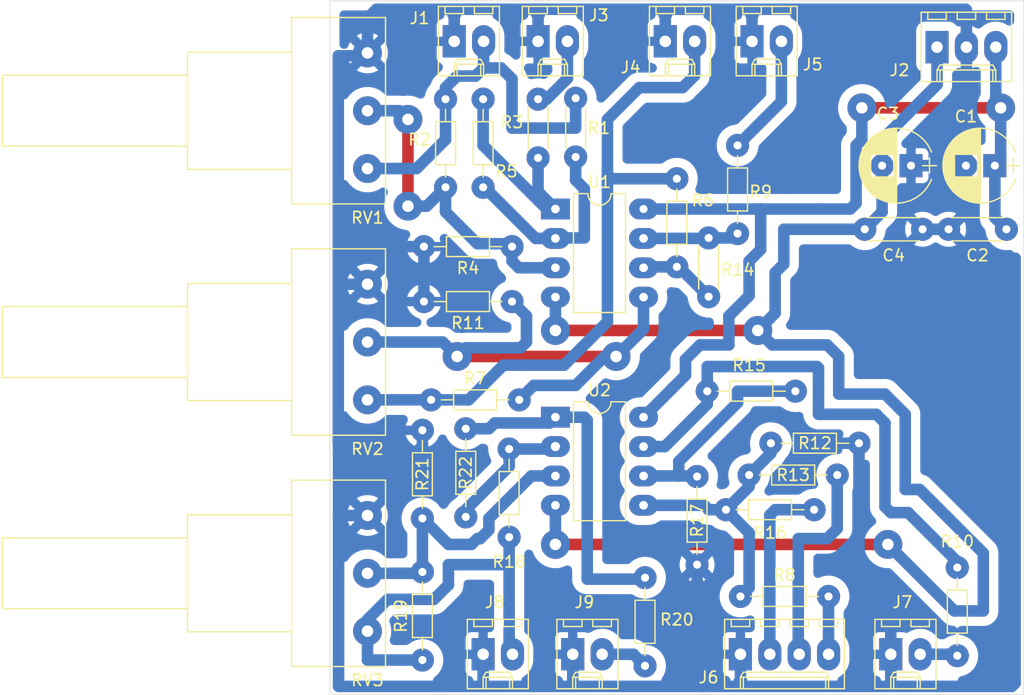
<source format=kicad_pcb>
(kicad_pcb (version 20171130) (host pcbnew "(5.1.6)-1")
  (layers (0 F.Cu signal) (31 B.Cu signal) (34 B.Paste user hide) (35 F.Paste user hide) (36 B.SilkS user hide) (37 F.SilkS user) (38 B.Mask user) (39 F.Mask user hide) (44 Edge.Cuts user))
  (net 0 "")
  (net 1 +12V)
  (net 2 GND)
  (net 3 -12V)
  (net 4 "Net-(J1-Pad2)")
  (net 5 "Net-(J3-Pad2)")
  (net 6 "Net-(J4-Pad2)")
  (net 7 "Net-(J5-Pad2)")
  (net 8 "Net-(J6-Pad2)")
  (net 9 "Net-(J6-Pad3)")
  (net 10 "Net-(J6-Pad4)")
  (net 11 "Net-(J7-Pad2)")
  (net 12 "Net-(J8-Pad2)")
  (net 13 "Net-(J9-Pad2)")
  (net 14 "Net-(R1-Pad1)")
  (net 15 "Net-(R2-Pad2)")
  (net 16 "Net-(R3-Pad2)")
  (net 17 "Net-(R14-Pad2)")
  (net 18 "Net-(R11-Pad1)")
  (net 19 "Net-(R12-Pad2)")
  (net 20 "Net-(R14-Pad1)")
  (net 21 "Net-(R10-Pad1)")
  (net 22 "Net-(R15-Pad1)")
  (net 23 "Net-(R18-Pad1)")
  (net 24 "Net-(R19-Pad2)")
  (net 25 "Net-(R20-Pad2)")
  (module Resistors_ThroughHole:R_Axial_DIN0204_L3.6mm_D1.6mm_P5.08mm_Horizontal (layer F.Cu) (at 82.75 70.5 270)
    (fp_text reference R14 (at 2.75 -2.5 180) (layer F.SilkS))
    (fp_text value 100k)
    (pad 1 thru_hole circle (at 0 0 270) (size 2 2) (drill 0.7) (layers *.Cu *.Mask) (net 20 "Net-(R14-Pad1)"))
    (pad 2 thru_hole oval (at 5.08 0 270) (size 2 2) (drill 0.7) (layers *.Cu *.Mask) (net 17 "Net-(R14-Pad2)"))
  )
  (module Resistors_ThroughHole:R_Axial_DIN0204_L3.6mm_D1.6mm_P5.08mm_Horizontal (layer F.Cu) (at 71.25 63.5 90)
    (fp_text reference R1 (at 2.5 2 180) (layer F.SilkS))
    (fp_text value 100k)
    (pad 1 thru_hole circle (at 0 0 90) (size 2 2) (drill 0.7) (layers *.Cu *.Mask) (net 14 "Net-(R1-Pad1)"))
    (pad 2 thru_hole oval (at 5.08 0 90) (size 2 2) (drill 0.7) (layers *.Cu *.Mask) (net 4 "Net-(J1-Pad2)"))
  )
  (module Resistors_ThroughHole:R_Axial_DIN0204_L3.6mm_D1.6mm_P5.08mm_Horizontal (layer F.Cu) (at 68 58.5 270)
    (fp_text reference R3 (at 2 2.25 180) (layer F.SilkS))
    (fp_text value 100)
    (pad 1 thru_hole circle (at 0 0 270) (size 2 2) (drill 0.7) (layers *.Cu *.Mask) (net 5 "Net-(J3-Pad2)"))
    (pad 2 thru_hole oval (at 5.08 0 270) (size 2 2) (drill 0.7) (layers *.Cu *.Mask) (net 16 "Net-(R3-Pad2)"))
  )
  (module Housings_DIP:DIP-8_W7.62mm_LongPads (layer F.Cu) (at 69.5 86)
    (fp_text reference U2 (at 3.81 -2.33) (layer F.SilkS))
    (fp_text value TL072)
    (pad 1 thru_hole rect (at 0 0) (size 2.5 1.8) (drill 0.75) (layers *.Cu *.Mask) (net 25 "Net-(R20-Pad2)"))
    (pad 5 thru_hole oval (at 7.62 7.62) (size 2.5 1.8) (drill 0.75) (layers *.Cu *.Mask) (net 19 "Net-(R12-Pad2)"))
    (pad 752 thru_hole oval (at 0 2.54) (size 2.5 1.8) (drill 0.8) (layers *.Cu *.Mask) (net 23 "Net-(R18-Pad1)"))
    (pad 6 thru_hole oval (at 7.62 5.08) (size 2.5 1.8) (drill 0.75) (layers *.Cu *.Mask) (net 22 "Net-(R15-Pad1)"))
    (pad 3 thru_hole oval (at 0 5.08) (size 2.5 1.8) (drill 0.75) (layers *.Cu *.Mask) (net 24 "Net-(R19-Pad2)"))
    (pad 7 thru_hole oval (at 7.62 2.54) (size 2.5 1.8) (drill 0.75) (layers *.Cu *.Mask) (net 21 "Net-(R10-Pad1)"))
    (pad 4 thru_hole oval (at 0 7.62) (size 2.5 1.8) (drill 0.75) (layers *.Cu *.Mask) (net 3 -12V))
    (pad 8 thru_hole oval (at 7.62 0) (size 2.5 1.8) (drill 0.75) (layers *.Cu *.Mask) (net 1 +12V))
  )
  (module Housings_DIP:DIP-8_W7.62mm_LongPads (layer F.Cu) (at 69.5 68)
    (fp_text reference U1 (at 3.81 -2.33) (layer F.SilkS))
    (fp_text value TL072)
    (pad 1 thru_hole rect (at 0 0) (size 2.5 1.8) (drill 0.75) (layers *.Cu *.Mask) (net 16 "Net-(R3-Pad2)"))
    (pad 5 thru_hole oval (at 7.62 7.62) (size 2.5 1.8) (drill 0.75) (layers *.Cu *.Mask) (net 18 "Net-(R11-Pad1)"))
    (pad 2 thru_hole oval (at 0 2.54) (size 2.5 1.8) (drill 0.75) (layers *.Cu *.Mask) (net 14 "Net-(R1-Pad1)"))
    (pad 6 thru_hole oval (at 7.62 5.08) (size 2.5 1.8) (drill 0.75) (layers *.Cu *.Mask) (net 17 "Net-(R14-Pad2)"))
    (pad 3 thru_hole oval (at 0 5.08) (size 2.5 1.8) (drill 0.75) (layers *.Cu *.Mask) (net 15 "Net-(R2-Pad2)"))
    (pad 7 thru_hole oval (at 7.62 2.54) (size 2.5 1.8) (drill 0.75) (layers *.Cu *.Mask) (net 20 "Net-(R14-Pad1)"))
    (pad 4 thru_hole oval (at 0 7.62) (size 2.5 1.8) (drill 0.75) (layers *.Cu *.Mask) (net 3 -12V))
    (pad 8 thru_hole oval (at 7.62 0) (size 2.5 1.8) (drill 0.7) (layers *.Cu *.Mask) (net 1 +12V))
  )
  (module Potentiometers:Potentiometer_Piher_PC-16_Single_Vertical (layer F.Cu) (at 53.25 94.5 180)
    (fp_text reference RV3 (at 0 -14.25) (layer F.SilkS))
    (fp_text value "100K B")
    (pad 3 thru_hole circle (at 0 -10 180) (size 2.5 2.5) (drill 1) (layers *.Cu *.Mask) (net 12 "Net-(J8-Pad2)"))
    (pad 2 thru_hole circle (at 0 -5 180) (size 2.5 2.5) (drill 1) (layers *.Cu *.Mask) (net 24 "Net-(R19-Pad2)"))
    (pad 1 thru_hole circle (at 0 0 180) (size 2.5 2.5) (drill 1) (layers *.Cu *.Mask) (net 2 GND))
  )
  (module Potentiometers:Potentiometer_Piher_PC-16_Single_Vertical (layer F.Cu) (at 53.25 74.5 180)
    (fp_text reference RV2 (at 0 -14.25) (layer F.SilkS))
    (fp_text value "100K B")
    (pad 3 thru_hole circle (at 0 -10 180) (size 2.5 2.5) (drill 1) (layers *.Cu *.Mask) (net 6 "Net-(J4-Pad2)"))
    (pad 2 thru_hole circle (at 0 -5 180) (size 2.5 2.5) (drill 1) (layers *.Cu *.Mask) (net 18 "Net-(R11-Pad1)"))
    (pad 1 thru_hole circle (at 0 0 180) (size 2.5 2.5) (drill 1) (layers *.Cu *.Mask) (net 2 GND))
  )
  (module Potentiometers:Potentiometer_Piher_PC-16_Single_Vertical (layer F.Cu) (at 53.25 54.5 180)
    (fp_text reference RV1 (at 0 -14.25) (layer F.SilkS))
    (fp_text value "100K B")
    (pad 3 thru_hole circle (at 0 -10 180) (size 2.5 2.5) (drill 1) (layers *.Cu *.Mask) (net 4 "Net-(J1-Pad2)"))
    (pad 2 thru_hole circle (at 0 -5 180) (size 2.5 2.5) (drill 1) (layers *.Cu *.Mask) (net 15 "Net-(R2-Pad2)"))
    (pad 1 thru_hole circle (at 0 0 180) (size 2.5 2.5) (drill 1) (layers *.Cu *.Mask) (net 2 GND))
  )
  (module Resistors_ThroughHole:R_Axial_DIN0204_L3.6mm_D1.6mm_P7.62mm_Horizontal (layer F.Cu) (at 61.75 87 270)
    (fp_text reference R22 (at 3.81 0 90) (layer F.SilkS))
    (fp_text value 100k)
    (pad 1 thru_hole circle (at 0 0 270) (size 2 2) (drill 0.7) (layers *.Cu *.Mask) (net 25 "Net-(R20-Pad2)"))
    (pad 2 thru_hole oval (at 7.62 0 270) (size 2 2) (drill 0.7) (layers *.Cu *.Mask) (net 23 "Net-(R18-Pad1)"))
  )
  (module Resistors_ThroughHole:R_Axial_DIN0204_L3.6mm_D1.6mm_P7.62mm_Horizontal (layer F.Cu) (at 58 94.75 90)
    (fp_text reference R21 (at 3.81 0 90) (layer F.SilkS))
    (fp_text value 47k)
    (pad 1 thru_hole circle (at 0 0 90) (size 2 2) (drill 0.7) (layers *.Cu *.Mask) (net 24 "Net-(R19-Pad2)"))
    (pad 2 thru_hole oval (at 7.62 0 90) (size 2 2) (drill 0.7) (layers *.Cu *.Mask) (net 2 GND))
  )
  (module Resistors_ThroughHole:R_Axial_DIN0204_L3.6mm_D1.6mm_P7.62mm_Horizontal (layer F.Cu) (at 77.25 107.5 90)
    (fp_text reference R20 (at 4 2.75 180) (layer F.SilkS))
    (fp_text value 100)
    (pad 1 thru_hole circle (at 0 0 90) (size 2 2) (drill 0.7) (layers *.Cu *.Mask) (net 13 "Net-(J9-Pad2)"))
    (pad 2 thru_hole oval (at 7.62 0 90) (size 2 2) (drill 0.7) (layers *.Cu *.Mask) (net 25 "Net-(R20-Pad2)"))
  )
  (module Resistors_ThroughHole:R_Axial_DIN0204_L3.6mm_D1.6mm_P7.62mm_Horizontal (layer F.Cu) (at 58 107 90)
    (fp_text reference R19 (at 3.81 -1.86 90) (layer F.SilkS))
    (fp_text value 47k)
    (pad 1 thru_hole circle (at 0 0 90) (size 2 2) (drill 0.7) (layers *.Cu *.Mask) (net 12 "Net-(J8-Pad2)"))
    (pad 2 thru_hole oval (at 7.62 0 90) (size 2 2) (drill 0.7) (layers *.Cu *.Mask) (net 24 "Net-(R19-Pad2)"))
  )
  (module Resistors_ThroughHole:R_Axial_DIN0204_L3.6mm_D1.6mm_P7.62mm_Horizontal (layer F.Cu) (at 65.5 88.75 270)
    (fp_text reference R18 (at 9.75 0 180) (layer F.SilkS))
    (fp_text value 100k)
    (pad 1 thru_hole circle (at 0 0 270) (size 2 2) (drill 0.7) (layers *.Cu *.Mask) (net 23 "Net-(R18-Pad1)"))
    (pad 2 thru_hole oval (at 7.62 0 270) (size 2 2) (drill 0.7) (layers *.Cu *.Mask) (net 12 "Net-(J8-Pad2)"))
  )
  (module Resistors_ThroughHole:R_Axial_DIN0204_L3.6mm_D1.6mm_P7.62mm_Horizontal (layer F.Cu) (at 81.75 98.75 90)
    (fp_text reference R17 (at 3.81 0 90) (layer F.SilkS))
    (fp_text value 100k)
    (pad 1 thru_hole circle (at 0 0 90) (size 2 2) (drill 0.7) (layers *.Cu *.Mask) (net 2 GND))
    (pad 2 thru_hole oval (at 7.62 0 90) (size 2 2) (drill 0.7) (layers *.Cu *.Mask) (net 22 "Net-(R15-Pad1)"))
  )
  (module Resistors_ThroughHole:R_Axial_DIN0204_L3.6mm_D1.6mm_P7.62mm_Horizontal (layer F.Cu) (at 84.25 94)
    (fp_text reference R16 (at 3.81 2) (layer F.SilkS))
    (fp_text value 100k)
    (pad 1 thru_hole circle (at 0 0) (size 2 2) (drill 0.7) (layers *.Cu *.Mask) (net 19 "Net-(R12-Pad2)"))
    (pad 2 thru_hole oval (at 7.62 0) (size 2 2) (drill 0.7) (layers *.Cu *.Mask) (net 8 "Net-(J6-Pad2)"))
  )
  (module Resistors_ThroughHole:R_Axial_DIN0204_L3.6mm_D1.6mm_P7.62mm_Horizontal (layer F.Cu) (at 90.25 83.75 180)
    (fp_text reference R15 (at 4 2.25) (layer F.SilkS))
    (fp_text value 47k)
    (pad 1 thru_hole circle (at 0 0 180) (size 2 2) (drill 0.7) (layers *.Cu *.Mask) (net 22 "Net-(R15-Pad1)"))
    (pad 2 thru_hole oval (at 7.62 0 180) (size 2 2) (drill 0.7) (layers *.Cu *.Mask) (net 21 "Net-(R10-Pad1)"))
  )
  (module Resistors_ThroughHole:R_Axial_DIN0204_L3.6mm_D1.6mm_P7.62mm_Horizontal (layer F.Cu) (at 86.25 91)
    (fp_text reference R13 (at 3.81 0) (layer F.SilkS))
    (fp_text value 100k)
    (pad 1 thru_hole circle (at 0 0) (size 2 2) (drill 0.7) (layers *.Cu *.Mask) (net 19 "Net-(R12-Pad2)"))
    (pad 2 thru_hole oval (at 7.62 0) (size 2 2) (drill 0.7) (layers *.Cu *.Mask) (net 9 "Net-(J6-Pad3)"))
  )
  (module Resistors_ThroughHole:R_Axial_DIN0204_L3.6mm_D1.6mm_P7.62mm_Horizontal (layer F.Cu) (at 95.75 88.25 180)
    (fp_text reference R12 (at 3.81 0) (layer F.SilkS))
    (fp_text value 100k)
    (pad 1 thru_hole circle (at 0 0 180) (size 2 2) (drill 0.7) (layers *.Cu *.Mask) (net 2 GND))
    (pad 2 thru_hole oval (at 7.62 0 180) (size 2 2) (drill 0.7) (layers *.Cu *.Mask) (net 19 "Net-(R12-Pad2)"))
  )
  (module Resistors_ThroughHole:R_Axial_DIN0204_L3.6mm_D1.6mm_P7.62mm_Horizontal (layer F.Cu) (at 65.75 76 180)
    (fp_text reference R11 (at 3.81 -1.86) (layer F.SilkS))
    (fp_text value 47k)
    (pad 1 thru_hole circle (at 0 0 180) (size 2 2) (drill 0.7) (layers *.Cu *.Mask) (net 18 "Net-(R11-Pad1)"))
    (pad 2 thru_hole oval (at 7.62 0 180) (size 2 2) (drill 0.7) (layers *.Cu *.Mask) (net 2 GND))
  )
  (module Resistors_ThroughHole:R_Axial_DIN0204_L3.6mm_D1.6mm_P7.62mm_Horizontal (layer F.Cu) (at 104.25 99 270)
    (fp_text reference R10 (at -2.25 0 180) (layer F.SilkS))
    (fp_text value 100)
    (pad 1 thru_hole circle (at 0 0 270) (size 2 2) (drill 0.7) (layers *.Cu *.Mask) (net 21 "Net-(R10-Pad1)"))
    (pad 2 thru_hole oval (at 7.62 0 270) (size 2 2) (drill 0.7) (layers *.Cu *.Mask) (net 11 "Net-(J7-Pad2)"))
  )
  (module Resistors_ThroughHole:R_Axial_DIN0204_L3.6mm_D1.6mm_P7.62mm_Horizontal (layer F.Cu) (at 85.25 62.5 270)
    (fp_text reference R9 (at 4 -2 180) (layer F.SilkS))
    (fp_text value 100)
    (pad 1 thru_hole circle (at 0 0 270) (size 2 2) (drill 0.7) (layers *.Cu *.Mask) (net 7 "Net-(J5-Pad2)"))
    (pad 2 thru_hole oval (at 7.62 0 270) (size 2 2) (drill 0.7) (layers *.Cu *.Mask) (net 20 "Net-(R14-Pad1)"))
  )
  (module Resistors_ThroughHole:R_Axial_DIN0204_L3.6mm_D1.6mm_P7.62mm_Horizontal (layer F.Cu) (at 85.5 101.5)
    (fp_text reference R8 (at 3.81 -1.86) (layer F.SilkS))
    (fp_text value 100k)
    (pad 1 thru_hole circle (at 0 0) (size 2 2) (drill 0.7) (layers *.Cu *.Mask) (net 19 "Net-(R12-Pad2)"))
    (pad 2 thru_hole oval (at 7.62 0) (size 2 2) (drill 0.7) (layers *.Cu *.Mask) (net 10 "Net-(J6-Pad4)"))
  )
  (module Resistors_ThroughHole:R_Axial_DIN0204_L3.6mm_D1.6mm_P7.62mm_Horizontal (layer F.Cu) (at 58.75 84.5)
    (fp_text reference R7 (at 3.81 -1.86) (layer F.SilkS))
    (fp_text value 47k)
    (pad 1 thru_hole circle (at 0 0) (size 2 2) (drill 0.7) (layers *.Cu *.Mask) (net 6 "Net-(J4-Pad2)"))
    (pad 2 thru_hole oval (at 7.62 0) (size 2 2) (drill 0.7) (layers *.Cu *.Mask) (net 18 "Net-(R11-Pad1)"))
  )
  (module Resistors_ThroughHole:R_Axial_DIN0204_L3.6mm_D1.6mm_P7.62mm_Horizontal (layer F.Cu) (at 80 73 90)
    (fp_text reference R6 (at 5.75 2.25 180) (layer F.SilkS))
    (fp_text value 100k)
    (pad 1 thru_hole circle (at 0 0 90) (size 2 2) (drill 0.7) (layers *.Cu *.Mask) (net 17 "Net-(R14-Pad2)"))
    (pad 2 thru_hole oval (at 7.62 0 90) (size 2 2) (drill 0.7) (layers *.Cu *.Mask) (net 6 "Net-(J4-Pad2)"))
  )
  (module Resistors_ThroughHole:R_Axial_DIN0204_L3.6mm_D1.6mm_P7.62mm_Horizontal (layer F.Cu) (at 63.25 58.5 270)
    (fp_text reference R5 (at 6.25 -2 180) (layer F.SilkS))
    (fp_text value 100k)
    (pad 1 thru_hole circle (at 0 0 270) (size 2 2) (drill 0.7) (layers *.Cu *.Mask) (net 16 "Net-(R3-Pad2)"))
    (pad 2 thru_hole oval (at 7.62 0 270) (size 2 2) (drill 0.7) (layers *.Cu *.Mask) (net 14 "Net-(R1-Pad1)"))
  )
  (module Resistors_ThroughHole:R_Axial_DIN0204_L3.6mm_D1.6mm_P7.62mm_Horizontal (layer F.Cu) (at 65.75 71.25 180)
    (fp_text reference R4 (at 3.81 -1.86) (layer F.SilkS))
    (fp_text value 47k)
    (pad 1 thru_hole circle (at 0 0 180) (size 2 2) (drill 0.7) (layers *.Cu *.Mask) (net 15 "Net-(R2-Pad2)"))
    (pad 2 thru_hole oval (at 7.62 0 180) (size 2 2) (drill 0.7) (layers *.Cu *.Mask) (net 2 GND))
  )
  (module Resistors_ThroughHole:R_Axial_DIN0204_L3.6mm_D1.6mm_P7.62mm_Horizontal (layer F.Cu) (at 60 58.5 270)
    (fp_text reference R2 (at 3.5 2.25 180) (layer F.SilkS))
    (fp_text value 47k)
    (pad 1 thru_hole circle (at 0 0 270) (size 2 2) (drill 0.7) (layers *.Cu *.Mask) (net 4 "Net-(J1-Pad2)"))
    (pad 2 thru_hole oval (at 7.62 0 270) (size 2 2) (drill 0.7) (layers *.Cu *.Mask) (net 15 "Net-(R2-Pad2)"))
  )
  (module Connectors_Molex:Molex_KK-6410-02_02x2.54mm_Straight (layer F.Cu) (at 71 106.5)
    (fp_text reference J9 (at 1 -4.5) (layer F.SilkS))
    (fp_text value ATV3_OUT)
    (pad 1 thru_hole rect (at 0 0) (size 2 2.8) (drill 1) (layers *.Cu *.Mask) (net 2 GND))
    (pad 2 thru_hole oval (at 2.54 0) (size 2 2.8) (drill 1) (layers *.Cu *.Mask) (net 13 "Net-(J9-Pad2)"))
  )
  (module Connectors_Molex:Molex_KK-6410-02_02x2.54mm_Straight (layer F.Cu) (at 63.25 106.5)
    (fp_text reference J8 (at 1 -4.5) (layer F.SilkS))
    (fp_text value ATV3_IN)
    (pad 1 thru_hole rect (at 0 0) (size 2 2.8) (drill 1) (layers *.Cu *.Mask) (net 2 GND))
    (pad 2 thru_hole oval (at 2.54 0) (size 2 2.8) (drill 1) (layers *.Cu *.Mask) (net 12 "Net-(J8-Pad2)"))
  )
  (module Connectors_Molex:Molex_KK-6410-02_02x2.54mm_Straight (layer F.Cu) (at 98.5 106.5)
    (fp_text reference J7 (at 1 -4.5) (layer F.SilkS))
    (fp_text value MIXER_OUT)
    (pad 1 thru_hole rect (at 0 0) (size 2 2.8) (drill 1) (layers *.Cu *.Mask) (net 2 GND))
    (pad 2 thru_hole oval (at 2.54 0) (size 2 2.8) (drill 1) (layers *.Cu *.Mask) (net 11 "Net-(J7-Pad2)"))
  )
  (module Connectors_Molex:Molex_KK-6410-04_04x2.54mm_Straight (layer F.Cu) (at 85.5 106.5)
    (fp_text reference J6 (at -2.75 2) (layer F.SilkS))
    (fp_text value MIXER_IN)
    (pad 1 thru_hole rect (at 0 0) (size 2 2.8) (drill 1) (layers *.Cu *.Mask) (net 2 GND))
    (pad 2 thru_hole oval (at 2.54 0) (size 2 2.8) (drill 1) (layers *.Cu *.Mask) (net 8 "Net-(J6-Pad2)"))
    (pad 3 thru_hole oval (at 5.08 0) (size 2 2.8) (drill 1) (layers *.Cu *.Mask) (net 9 "Net-(J6-Pad3)"))
    (pad 4 thru_hole oval (at 7.62 0) (size 2 2.8) (drill 1) (layers *.Cu *.Mask) (net 10 "Net-(J6-Pad4)"))
  )
  (module Connectors_Molex:Molex_KK-6410-02_02x2.54mm_Straight (layer F.Cu) (at 86.5 53.5)
    (fp_text reference J5 (at 5.25 2) (layer F.SilkS))
    (fp_text value ATV2_OUT)
    (pad 1 thru_hole rect (at 0 0) (size 2 2.8) (drill 1) (layers *.Cu *.Mask) (net 2 GND))
    (pad 2 thru_hole oval (at 2.54 0) (size 2 2.8) (drill 1) (layers *.Cu *.Mask) (net 7 "Net-(J5-Pad2)"))
  )
  (module Connectors_Molex:Molex_KK-6410-02_02x2.54mm_Straight (layer F.Cu) (at 79 53.5)
    (fp_text reference J4 (at -3 2.25) (layer F.SilkS))
    (fp_text value ATV2_IN)
    (pad 1 thru_hole rect (at 0 0) (size 2 2.8) (drill 1) (layers *.Cu *.Mask) (net 2 GND))
    (pad 2 thru_hole oval (at 2.54 0) (size 2 2.8) (drill 1) (layers *.Cu *.Mask) (net 6 "Net-(J4-Pad2)"))
  )
  (module Connectors_Molex:Molex_KK-6410-02_02x2.54mm_Straight (layer F.Cu) (at 68 53.5)
    (fp_text reference J3 (at 5.25 -2.25) (layer F.SilkS))
    (fp_text value ATV1_OUT)
    (pad 1 thru_hole rect (at 0 0) (size 2 2.8) (drill 1) (layers *.Cu *.Mask) (net 2 GND))
    (pad 2 thru_hole oval (at 2.54 0) (size 2 2.8) (drill 1) (layers *.Cu *.Mask) (net 5 "Net-(J3-Pad2)"))
  )
  (module Connectors_Molex:Molex_KK-6410-03_03x2.54mm_Straight (layer F.Cu) (at 102.5 54)
    (fp_text reference J2 (at -3.25 2) (layer F.SilkS))
    (fp_text value POWER)
    (pad 1 thru_hole rect (at 0 0) (size 2 2.8) (drill 1) (layers *.Cu *.Mask) (net 3 -12V))
    (pad 2 thru_hole oval (at 2.54 0) (size 2 2.8) (drill 1) (layers *.Cu *.Mask) (net 2 GND))
    (pad 3 thru_hole oval (at 5.08 0) (size 2 2.8) (drill 1) (layers *.Cu *.Mask) (net 1 +12V))
  )
  (module Connectors_Molex:Molex_KK-6410-02_02x2.54mm_Straight (layer F.Cu) (at 60.75 53.5)
    (fp_text reference J1 (at -3 -2) (layer F.SilkS))
    (fp_text value ATV1_IN)
    (pad 1 thru_hole rect (at 0 0) (size 2 2.8) (drill 1) (layers *.Cu *.Mask) (net 2 GND))
    (pad 2 thru_hole oval (at 2.54 0) (size 2 2.8) (drill 1) (layers *.Cu *.Mask) (net 4 "Net-(J1-Pad2)"))
  )
  (module Capacitors_ThroughHole:C_Disc_D4.3mm_W1.9mm_P5.00mm (layer F.Cu) (at 101.25 69.75 180)
    (fp_text reference C4 (at 2.5 -2.26) (layer F.SilkS))
    (fp_text value 100nF)
    (pad 1 thru_hole circle (at 0 0 180) (size 2 2) (drill 0.7) (layers *.Cu *.Mask) (net 2 GND))
    (pad 2 thru_hole circle (at 5 0 180) (size 2 2) (drill 0.7) (layers *.Cu *.Mask) (net 3 -12V))
  )
  (module Capacitors_ThroughHole:CP_Radial_D6.3mm_P2.50mm (layer F.Cu) (at 100.25 64.25 180)
    (fp_text reference C3 (at 2 4.5) (layer F.SilkS))
    (fp_text value 100uFx25V)
    (pad 1 thru_hole rect (at 0 0 180) (size 2 2) (drill 0.7) (layers *.Cu *.Mask) (net 2 GND))
    (pad 2 thru_hole circle (at 2.5 0 180) (size 2 2) (drill 0.7) (layers *.Cu *.Mask) (net 3 -12V))
  )
  (module Capacitors_ThroughHole:C_Disc_D4.3mm_W1.9mm_P5.00mm (layer F.Cu) (at 108.5 69.75 180)
    (fp_text reference C2 (at 2.5 -2.26) (layer F.SilkS))
    (fp_text value 100nF)
    (pad 1 thru_hole circle (at 0 0 180) (size 2 2) (drill 0.7) (layers *.Cu *.Mask) (net 1 +12V))
    (pad 2 thru_hole circle (at 5 0 180) (size 2 2) (drill 0.7) (layers *.Cu *.Mask) (net 2 GND))
  )
  (module Capacitors_ThroughHole:CP_Radial_D6.3mm_P2.50mm (layer F.Cu) (at 107.5 64.25 180)
    (fp_text reference C1 (at 2.5 4.25) (layer F.SilkS))
    (fp_text value 100uFx25V)
    (pad 1 thru_hole rect (at 0 0 180) (size 2 2) (drill 0.7) (layers *.Cu *.Mask) (net 1 +12V))
    (pad 2 thru_hole circle (at 2.5 0 180) (size 2 2) (drill 0.7) (layers *.Cu *.Mask) (net 2 GND))
  )
  (gr_line (start 50 50) (end 50.25 50) (layer Edge.Cuts) (width 0.05))
  (gr_line (start 50 110) (end 50 50) (layer Edge.Cuts) (width 0.05))
  (gr_line (start 110 110) (end 50 110) (layer Edge.Cuts) (width 0.05))
  (gr_line (start 110 50) (end 110 110) (layer Edge.Cuts) (width 0.05))
  (gr_line (start 50.25 50) (end 110 50) (layer Edge.Cuts) (width 0.05))
  (via (at 108 59.25) (size 2.5) (drill 1) (layers F.Cu B.Cu) (net 1))
  (via (at 96 59.25) (size 2.5) (drill 1) (layers F.Cu B.Cu) (net 1))
  (segment (start 87.25 68) (end 87.25 71.5) (width 1) (layer B.Cu) (net 1))
  (segment (start 87.25 68) (end 92.5 68) (width 1) (layer B.Cu) (net 1))
  (segment (start 77.12 68) (end 87.25 68) (width 1) (layer B.Cu) (net 1))
  (segment (start 87.25 71.5) (end 86.25 72.5) (width 1) (layer B.Cu) (net 1))
  (segment (start 86.25 72.5) (end 86.25 75.5) (width 1) (layer B.Cu) (net 1))
  (segment (start 107.58 58.83) (end 108 59.25) (width 1) (layer B.Cu) (net 1))
  (segment (start 107.58 54) (end 107.58 58.83) (width 1) (layer B.Cu) (net 1))
  (segment (start 108 59.25) (end 108 59) (width 1) (layer F.Cu) (net 1))
  (segment (start 108 59.25) (end 96 59.25) (width 1) (layer F.Cu) (net 1))
  (segment (start 108 63.75) (end 107.5 64.25) (width 1) (layer B.Cu) (net 1))
  (segment (start 108 59.25) (end 108 63.75) (width 1) (layer B.Cu) (net 1))
  (segment (start 107.5 68.75) (end 108.5 69.75) (width 1) (layer B.Cu) (net 1))
  (segment (start 107.5 64.25) (end 107.5 68.75) (width 1) (layer B.Cu) (net 1))
  (segment (start 96 59.25) (end 96 62) (width 1) (layer B.Cu) (net 1))
  (segment (start 96 62) (end 95.5 62.5) (width 1) (layer B.Cu) (net 1))
  (segment (start 95.5 62.5) (end 95.5 67.5) (width 1) (layer B.Cu) (net 1))
  (segment (start 95.5 67.5) (end 95 68) (width 1) (layer B.Cu) (net 1))
  (segment (start 95 68) (end 92.5 68) (width 1) (layer B.Cu) (net 1))
  (segment (start 84.5 77.25) (end 84.5 79.75) (width 1) (layer B.Cu) (net 1))
  (segment (start 86.25 75.5) (end 84.5 77.25) (width 1) (layer B.Cu) (net 1))
  (segment (start 84.5 79.75) (end 82 79.75) (width 1) (layer B.Cu) (net 1))
  (segment (start 82 79.75) (end 80.75 81) (width 1) (layer B.Cu) (net 1))
  (segment (start 80.75 82.37) (end 79.56 83.56) (width 1) (layer B.Cu) (net 1))
  (segment (start 79.75 83.37) (end 79.56 83.56) (width 1) (layer B.Cu) (net 1))
  (segment (start 80.75 81) (end 80.75 82.37) (width 1) (layer B.Cu) (net 1))
  (segment (start 79.56 83.56) (end 77.12 86) (width 1) (layer B.Cu) (net 1))
  (segment (start 53.25 54.5) (end 53.25 51.5) (width 1) (layer B.Cu) (net 2))
  (segment (start 53.25 51.5) (end 54.02499 50.72501) (width 1) (layer B.Cu) (net 2))
  (segment (start 105.04 50.79) (end 105.04 54) (width 1) (layer B.Cu) (net 2))
  (segment (start 104.97501 50.72501) (end 105.04 50.79) (width 1) (layer B.Cu) (net 2))
  (segment (start 86.5 51) (end 86.22501 50.72501) (width 1) (layer B.Cu) (net 2))
  (segment (start 86.5 53.5) (end 86.5 51) (width 1) (layer B.Cu) (net 2))
  (segment (start 86.22501 50.72501) (end 104.97501 50.72501) (width 1) (layer B.Cu) (net 2))
  (segment (start 79 50.95002) (end 79.22501 50.72501) (width 1) (layer B.Cu) (net 2))
  (segment (start 79 53.5) (end 79 50.95002) (width 1) (layer B.Cu) (net 2))
  (segment (start 79.22501 50.72501) (end 86.22501 50.72501) (width 1) (layer B.Cu) (net 2))
  (segment (start 68 51) (end 67.72501 50.72501) (width 1) (layer B.Cu) (net 2))
  (segment (start 68 53.5) (end 68 51) (width 1) (layer B.Cu) (net 2))
  (segment (start 67.72501 50.72501) (end 79.22501 50.72501) (width 1) (layer B.Cu) (net 2))
  (segment (start 60.75 51) (end 61.02499 50.72501) (width 1) (layer B.Cu) (net 2))
  (segment (start 60.75 53.5) (end 60.75 51) (width 1) (layer B.Cu) (net 2))
  (segment (start 54.02499 50.72501) (end 61.02499 50.72501) (width 1) (layer B.Cu) (net 2))
  (segment (start 61.02499 50.72501) (end 67.72501 50.72501) (width 1) (layer B.Cu) (net 2))
  (segment (start 53.25 94.5) (end 51 94.5) (width 1) (layer B.Cu) (net 2))
  (segment (start 51 94.5) (end 50.75 94.75) (width 1) (layer B.Cu) (net 2))
  (segment (start 50.75 94.75) (end 50.75 109.27499) (width 1) (layer B.Cu) (net 2))
  (segment (start 50.75 109.27499) (end 59.5 109.27499) (width 1) (layer B.Cu) (net 2))
  (segment (start 50.75 88.25) (end 50.72501 88.22501) (width 1) (layer B.Cu) (net 2))
  (segment (start 53 54.75) (end 53.25 54.5) (width 1) (layer B.Cu) (net 2))
  (segment (start 50.72501 54.75) (end 53 54.75) (width 1) (layer B.Cu) (net 2))
  (segment (start 50.75 74.5) (end 50.72501 74.52499) (width 1) (layer B.Cu) (net 2))
  (segment (start 53.25 74.5) (end 50.75 74.5) (width 1) (layer B.Cu) (net 2))
  (segment (start 50.72501 88.22501) (end 50.72501 74.52499) (width 1) (layer B.Cu) (net 2))
  (segment (start 50.75 71.25) (end 50.72501 71.27499) (width 1) (layer B.Cu) (net 2))
  (segment (start 58.13 71.25) (end 50.75 71.25) (width 1) (layer B.Cu) (net 2))
  (segment (start 50.72501 74.52499) (end 50.72501 71.27499) (width 1) (layer B.Cu) (net 2))
  (segment (start 50.72501 71.27499) (end 50.72501 54.75) (width 1) (layer B.Cu) (net 2))
  (segment (start 58.13 71.25) (end 58.13 76) (width 1) (layer B.Cu) (net 2))
  (segment (start 63.25 109.25) (end 63.27499 109.27499) (width 1) (layer B.Cu) (net 2))
  (segment (start 63.25 106.5) (end 63.25 109.25) (width 1) (layer B.Cu) (net 2))
  (segment (start 59.5 109.27499) (end 63.27499 109.27499) (width 1) (layer B.Cu) (net 2))
  (segment (start 71 109.25) (end 70.97501 109.27499) (width 1) (layer B.Cu) (net 2))
  (segment (start 71 106.5) (end 71 109.25) (width 1) (layer B.Cu) (net 2))
  (segment (start 63.27499 109.27499) (end 70.97501 109.27499) (width 1) (layer B.Cu) (net 2))
  (segment (start 85.5 109.04998) (end 85.27499 109.27499) (width 1) (layer B.Cu) (net 2))
  (segment (start 85.5 106.5) (end 85.5 109.04998) (width 1) (layer B.Cu) (net 2))
  (segment (start 58 87.13) (end 58 88.5) (width 1) (layer B.Cu) (net 2))
  (segment (start 57.25 89.25) (end 50.75 89.25) (width 1) (layer B.Cu) (net 2))
  (segment (start 50.75 94.75) (end 50.75 89.25) (width 1) (layer B.Cu) (net 2))
  (segment (start 58 88.5) (end 57.25 89.25) (width 1) (layer B.Cu) (net 2))
  (segment (start 50.75 89.25) (end 50.75 88.25) (width 1) (layer B.Cu) (net 2))
  (segment (start 81.75 108.75) (end 82.27499 109.27499) (width 1) (layer B.Cu) (net 2))
  (segment (start 81.75 98.75) (end 81.75 108.75) (width 1) (layer B.Cu) (net 2))
  (segment (start 70.97501 109.27499) (end 82.27499 109.27499) (width 1) (layer B.Cu) (net 2))
  (segment (start 82.27499 109.27499) (end 85.27499 109.27499) (width 1) (layer B.Cu) (net 2))
  (segment (start 98.5 109.25) (end 98.52499 109.27499) (width 1) (layer B.Cu) (net 2))
  (segment (start 98.5 106.5) (end 98.5 109.25) (width 1) (layer B.Cu) (net 2))
  (segment (start 85.27499 109.27499) (end 98.52499 109.27499) (width 1) (layer B.Cu) (net 2))
  (segment (start 95.75 88.25) (end 95.75 99.25) (width 1) (layer B.Cu) (net 2))
  (segment (start 98.5 102) (end 98.5 106.5) (width 1) (layer B.Cu) (net 2))
  (segment (start 95.75 99.25) (end 98.5 102) (width 1) (layer B.Cu) (net 2))
  (segment (start 100.25 64.25) (end 105 64.25) (width 1) (layer B.Cu) (net 2))
  (segment (start 105.04 64.21) (end 105 64.25) (width 1) (layer B.Cu) (net 2))
  (segment (start 105.04 54) (end 105.04 64.21) (width 1) (layer B.Cu) (net 2))
  (segment (start 105 68.25) (end 103.5 69.75) (width 1) (layer B.Cu) (net 2))
  (segment (start 105 64.25) (end 105 68.25) (width 1) (layer B.Cu) (net 2))
  (segment (start 101.25 69.75) (end 103.5 69.75) (width 1) (layer B.Cu) (net 2))
  (segment (start 109.25 109) (end 108.97501 109.27499) (width 1) (layer B.Cu) (net 2))
  (segment (start 108.97501 109.27499) (end 98.52499 109.27499) (width 1) (layer B.Cu) (net 2))
  (segment (start 109.25 72.25) (end 109.25 109) (width 1) (layer B.Cu) (net 2))
  (segment (start 103.5 69.75) (end 106 72.25) (width 1) (layer B.Cu) (net 2))
  (segment (start 106 72.25) (end 109.25 72.25) (width 1) (layer B.Cu) (net 2))
  (segment (start 95.75 88.25) (end 92 88.25) (width 1) (layer B.Cu) (net 2))
  (via (at 69.5 97) (size 2.5) (drill 1) (layers F.Cu B.Cu) (net 3))
  (via (at 69.5 78.5) (size 2.5) (drill 1) (layers F.Cu B.Cu) (net 3))
  (segment (start 69.5 75.62) (end 69.5 78.5) (width 1) (layer B.Cu) (net 3))
  (segment (start 69.5 78.5) (end 87 78.5) (width 1) (layer F.Cu) (net 3))
  (segment (start 69.5 93.62) (end 69.5 97) (width 1) (layer B.Cu) (net 3))
  (segment (start 69.5 97) (end 98.25 97) (width 1) (layer F.Cu) (net 3))
  (segment (start 102.5 54) (end 102.5 57.25) (width 1) (layer B.Cu) (net 3))
  (segment (start 97.75 62) (end 97.75 64.25) (width 1) (layer B.Cu) (net 3))
  (segment (start 102.5 57.25) (end 97.75 62) (width 1) (layer B.Cu) (net 3))
  (segment (start 97.75 64.25) (end 97.75 65.5) (width 1) (layer B.Cu) (net 3))
  (via (at 87 78.5) (size 2.5) (drill 1) (layers F.Cu B.Cu) (net 3))
  (segment (start 87 78.5) (end 88.5 77) (width 1) (layer B.Cu) (net 3))
  (segment (start 88.5 77) (end 88.5 73.5) (width 1) (layer B.Cu) (net 3))
  (segment (start 88.5 73.5) (end 89.25 72.75) (width 1) (layer B.Cu) (net 3))
  (segment (start 89.25 72.75) (end 89.25 69.75) (width 1) (layer B.Cu) (net 3))
  (segment (start 89.25 69.75) (end 96.25 69.75) (width 1) (layer B.Cu) (net 3))
  (segment (start 96.25 69.75) (end 97.75 68.25) (width 1) (layer B.Cu) (net 3))
  (segment (start 97.75 68.25) (end 97.75 64.25) (width 1) (layer B.Cu) (net 3))
  (via (at 98.25 97) (size 2.5) (drill 1) (layers F.Cu B.Cu) (net 3))
  (segment (start 98.25 97) (end 104 102.75) (width 1) (layer B.Cu) (net 3))
  (segment (start 106.5 102.75) (end 106.5 97.75) (width 1) (layer B.Cu) (net 3))
  (segment (start 104 102.75) (end 106.5 102.75) (width 1) (layer B.Cu) (net 3))
  (segment (start 106.5 97.75) (end 101 92.25) (width 1) (layer B.Cu) (net 3))
  (segment (start 101 92.25) (end 99.75 92.25) (width 1) (layer B.Cu) (net 3))
  (segment (start 99.75 92.25) (end 99.75 85.75) (width 1) (layer B.Cu) (net 3))
  (segment (start 99.75 85.75) (end 98 84) (width 1) (layer B.Cu) (net 3))
  (segment (start 98 84) (end 94 84) (width 1) (layer B.Cu) (net 3))
  (segment (start 94 84) (end 94 80.75) (width 1) (layer B.Cu) (net 3))
  (segment (start 94 80.75) (end 93 79.75) (width 1) (layer B.Cu) (net 3))
  (segment (start 88.249999 79.749999) (end 87 78.5) (width 1) (layer B.Cu) (net 3))
  (segment (start 93 79.75) (end 88.249999 79.749999) (width 1) (layer B.Cu) (net 3))
  (segment (start 53.25 64.5) (end 57.5 64.5) (width 1) (layer B.Cu) (net 4))
  (segment (start 60 62) (end 60 58.5) (width 1) (layer B.Cu) (net 4))
  (segment (start 57.5 64.5) (end 60 62) (width 1) (layer B.Cu) (net 4))
  (segment (start 60 58.5) (end 60 57.5) (width 1) (layer B.Cu) (net 4))
  (segment (start 60 57.5) (end 61 56.5) (width 1) (layer B.Cu) (net 4))
  (segment (start 63.29 55.8) (end 63.29 53.5) (width 1) (layer B.Cu) (net 4))
  (segment (start 62.59 56.5) (end 63.29 55.8) (width 1) (layer B.Cu) (net 4))
  (segment (start 61 56.5) (end 62.59 56.5) (width 1) (layer B.Cu) (net 4))
  (segment (start 63.29 55.8) (end 64.8 55.8) (width 1) (layer B.Cu) (net 4))
  (segment (start 64.8 55.8) (end 65.75 56.75) (width 1) (layer B.Cu) (net 4))
  (segment (start 65.75 56.75) (end 65.75 61) (width 1) (layer B.Cu) (net 4))
  (segment (start 65.75 61) (end 71.25 61) (width 1) (layer B.Cu) (net 4))
  (segment (start 71.25 61) (end 71.25 58.42) (width 1) (layer B.Cu) (net 4))
  (segment (start 70.54 53.5) (end 70.54 56.71) (width 1) (layer B.Cu) (net 5))
  (segment (start 68.75 58.5) (end 68 58.5) (width 1) (layer B.Cu) (net 5))
  (segment (start 70.54 56.71) (end 68.75 58.5) (width 1) (layer B.Cu) (net 5))
  (segment (start 81.54 53.5) (end 81.54 56.46) (width 1) (layer B.Cu) (net 6))
  (segment (start 81.54 56.46) (end 80.5 57.5) (width 1) (layer B.Cu) (net 6))
  (segment (start 80.5 57.5) (end 76.75 57.5) (width 1) (layer B.Cu) (net 6))
  (segment (start 76.75 57.5) (end 74 60.25) (width 1) (layer B.Cu) (net 6))
  (segment (start 74 77.75) (end 70.25 81.5) (width 1) (layer B.Cu) (net 6))
  (segment (start 70.25 81.5) (end 67 81.5) (width 1) (layer B.Cu) (net 6))
  (segment (start 67 81.5) (end 66.75 81.5) (width 1) (layer B.Cu) (net 6))
  (segment (start 53.25 84.5) (end 58.75 84.5) (width 1) (layer B.Cu) (net 6))
  (segment (start 58.75 84.5) (end 62 84.5) (width 1) (layer B.Cu) (net 6))
  (segment (start 65 81.5) (end 67 81.5) (width 1) (layer B.Cu) (net 6))
  (segment (start 62 84.5) (end 65 81.5) (width 1) (layer B.Cu) (net 6))
  (segment (start 74.38 65.38) (end 74 65) (width 1) (layer B.Cu) (net 6))
  (segment (start 80 65.38) (end 74.38 65.38) (width 1) (layer B.Cu) (net 6))
  (segment (start 74 60.25) (end 74 65) (width 1) (layer B.Cu) (net 6))
  (segment (start 74 65) (end 74 77.75) (width 1) (layer B.Cu) (net 6))
  (segment (start 89.04 58.71) (end 85.25 62.5) (width 1) (layer B.Cu) (net 7))
  (segment (start 89.04 53.5) (end 89.04 58.71) (width 1) (layer B.Cu) (net 7))
  (segment (start 91.87 94) (end 88.5 94) (width 1) (layer B.Cu) (net 8))
  (segment (start 88.04 94.46) (end 88.04 106.5) (width 1) (layer B.Cu) (net 8))
  (segment (start 88.5 94) (end 88.04 94.46) (width 1) (layer B.Cu) (net 8))
  (segment (start 93.87 91) (end 93.87 95.63) (width 1) (layer B.Cu) (net 9))
  (segment (start 93.87 95.63) (end 93 96.5) (width 1) (layer B.Cu) (net 9))
  (segment (start 93 96.5) (end 90.5 96.5) (width 1) (layer B.Cu) (net 9))
  (segment (start 90.5 106.42) (end 90.58 106.5) (width 1) (layer B.Cu) (net 9))
  (segment (start 90.5 96.5) (end 90.5 106.42) (width 1) (layer B.Cu) (net 9))
  (segment (start 93.12 101.5) (end 93.12 106.5) (width 1) (layer B.Cu) (net 10))
  (segment (start 104.63 106.5) (end 104.75 106.62) (width 1) (layer B.Cu) (net 11))
  (segment (start 101.04 106.5) (end 104.63 106.5) (width 1) (layer B.Cu) (net 11))
  (segment (start 65.5 106.21) (end 65.79 106.5) (width 1) (layer B.Cu) (net 12))
  (segment (start 65.5 103) (end 65.5 106.21) (width 1) (layer B.Cu) (net 12))
  (segment (start 65.5 98.5) (end 65.5 103) (width 1) (layer B.Cu) (net 12))
  (segment (start 65.5 96.37) (end 65.5 98.5) (width 1) (layer B.Cu) (net 12))
  (segment (start 55 101.75) (end 53.25 103.5) (width 1) (layer B.Cu) (net 12))
  (segment (start 65.25 98.75) (end 60.25 98.75) (width 1) (layer B.Cu) (net 12))
  (segment (start 53.25 103.5) (end 53.25 104.5) (width 1) (layer B.Cu) (net 12))
  (segment (start 65.5 98.5) (end 65.25 98.75) (width 1) (layer B.Cu) (net 12))
  (segment (start 60.25 100.5) (end 59 101.75) (width 1) (layer B.Cu) (net 12))
  (segment (start 60.25 98.75) (end 60.25 100.5) (width 1) (layer B.Cu) (net 12))
  (segment (start 59 101.75) (end 55 101.75) (width 1) (layer B.Cu) (net 12))
  (segment (start 58 107) (end 53.25 107) (width 1) (layer B.Cu) (net 12))
  (segment (start 53.25 107) (end 53.25 104.5) (width 1) (layer B.Cu) (net 12))
  (segment (start 76.25 106.5) (end 77.25 107.5) (width 1) (layer B.Cu) (net 13))
  (segment (start 73.54 106.5) (end 76.25 106.5) (width 1) (layer B.Cu) (net 13))
  (segment (start 69.5 70.54) (end 67.79 70.54) (width 1) (layer B.Cu) (net 14))
  (segment (start 63.37 66.12) (end 63.25 66.12) (width 1) (layer B.Cu) (net 14))
  (segment (start 67.79 70.54) (end 63.37 66.12) (width 1) (layer B.Cu) (net 14))
  (segment (start 71.25 63.5) (end 71.25 65.5) (width 1) (layer B.Cu) (net 14))
  (segment (start 71.25 65.5) (end 72 66.25) (width 1) (layer B.Cu) (net 14))
  (segment (start 72 66.25) (end 72 70.5) (width 1) (layer B.Cu) (net 14))
  (segment (start 69.54 70.5) (end 69.5 70.54) (width 1) (layer B.Cu) (net 14))
  (segment (start 72 70.5) (end 69.54 70.5) (width 1) (layer B.Cu) (net 14))
  (via (at 56.75 60.25) (size 2.5) (drill 1) (layers F.Cu B.Cu) (net 15))
  (via (at 56.75 67.75) (size 2.5) (drill 1) (layers F.Cu B.Cu) (net 15))
  (segment (start 65.75 71.25) (end 65.75 72.5) (width 1) (layer B.Cu) (net 15))
  (segment (start 66.33 73.08) (end 69.5 73.08) (width 1) (layer B.Cu) (net 15))
  (segment (start 65.75 72.5) (end 66.33 73.08) (width 1) (layer B.Cu) (net 15))
  (segment (start 56.75 60.25) (end 56.75 67.75) (width 1) (layer F.Cu) (net 15))
  (segment (start 56 59.5) (end 56.75 60.25) (width 1) (layer B.Cu) (net 15))
  (segment (start 53.25 59.5) (end 56 59.5) (width 1) (layer B.Cu) (net 15))
  (segment (start 58.37 67.75) (end 60 66.12) (width 1) (layer B.Cu) (net 15))
  (segment (start 56.75 67.75) (end 58.37 67.75) (width 1) (layer B.Cu) (net 15))
  (segment (start 60 66.12) (end 60 68.25) (width 1) (layer B.Cu) (net 15))
  (segment (start 60 68.25) (end 62.75 71) (width 1) (layer B.Cu) (net 15))
  (segment (start 65.5 71) (end 65.75 71.25) (width 1) (layer B.Cu) (net 15))
  (segment (start 62.75 71) (end 65.5 71) (width 1) (layer B.Cu) (net 15))
  (segment (start 63.25 58.5) (end 63.25 62.5) (width 1) (layer B.Cu) (net 16))
  (segment (start 68.75 68) (end 69.5 68) (width 1) (layer B.Cu) (net 16))
  (segment (start 63.25 62.5) (end 68.75 68) (width 1) (layer B.Cu) (net 16))
  (segment (start 68 66.5) (end 69.5 68) (width 1) (layer B.Cu) (net 16))
  (segment (start 68 63.58) (end 68 66.5) (width 1) (layer B.Cu) (net 16))
  (segment (start 77.2 73) (end 77.12 73.08) (width 1) (layer B.Cu) (net 17))
  (segment (start 80 73) (end 77.2 73) (width 1) (layer B.Cu) (net 17))
  (segment (start 80.17 73) (end 82.75 75.58) (width 1) (layer B.Cu) (net 17))
  (segment (start 80 73) (end 80.17 73) (width 1) (layer B.Cu) (net 17))
  (via (at 74.75 80.75) (size 2.5) (drill 1) (layers F.Cu B.Cu) (net 18))
  (via (at 61 80.75) (size 2.5) (drill 1) (layers F.Cu B.Cu) (net 18))
  (segment (start 53.5 79.75) (end 53.25 79.5) (width 1) (layer B.Cu) (net 18))
  (segment (start 59.75 79.5) (end 61 80.75) (width 1) (layer B.Cu) (net 18))
  (segment (start 53.25 79.5) (end 59.75 79.5) (width 1) (layer B.Cu) (net 18))
  (segment (start 77 75.74) (end 77.12 75.62) (width 1) (layer B.Cu) (net 18))
  (segment (start 66.37 84.5) (end 67.62 83.25) (width 1) (layer B.Cu) (net 18))
  (segment (start 67.62 83.25) (end 71.25 83.25) (width 1) (layer B.Cu) (net 18))
  (segment (start 71.25 83.25) (end 73.75 80.75) (width 1) (layer B.Cu) (net 18))
  (segment (start 74.75 80.75) (end 61 80.75) (width 1) (layer F.Cu) (net 18))
  (segment (start 77.12 78.38) (end 74.75 80.75) (width 1) (layer B.Cu) (net 18))
  (segment (start 77.12 75.62) (end 77.12 78.38) (width 1) (layer B.Cu) (net 18))
  (segment (start 65.75 76) (end 67 77.25) (width 1) (layer B.Cu) (net 18))
  (segment (start 67 77.25) (end 67 79.5) (width 1) (layer B.Cu) (net 18))
  (segment (start 67 79.5) (end 66.5 80) (width 1) (layer B.Cu) (net 18))
  (segment (start 61.75 80) (end 61 80.75) (width 1) (layer B.Cu) (net 18))
  (segment (start 66.5 80) (end 61.75 80) (width 1) (layer B.Cu) (net 18))
  (segment (start 86.25 92) (end 84.25 94) (width 1) (layer B.Cu) (net 19))
  (segment (start 86.25 91) (end 86.25 92) (width 1) (layer B.Cu) (net 19))
  (segment (start 88.13 89.12) (end 86.25 91) (width 1) (layer B.Cu) (net 19))
  (segment (start 88.13 88.25) (end 88.13 89.12) (width 1) (layer B.Cu) (net 19))
  (segment (start 84.25 94) (end 82.75 94) (width 1) (layer B.Cu) (net 19))
  (segment (start 82.37 93.62) (end 77.12 93.62) (width 1) (layer B.Cu) (net 19))
  (segment (start 82.75 94) (end 82.37 93.62) (width 1) (layer B.Cu) (net 19))
  (segment (start 84.25 94) (end 86.25 96) (width 1) (layer B.Cu) (net 19))
  (segment (start 86.25 100.75) (end 85.5 101.5) (width 1) (layer B.Cu) (net 19))
  (segment (start 86.25 96) (end 86.25 100.75) (width 1) (layer B.Cu) (net 19))
  (segment (start 82.71 70.54) (end 82.75 70.5) (width 1) (layer B.Cu) (net 20))
  (segment (start 77.12 70.54) (end 82.71 70.54) (width 1) (layer B.Cu) (net 20))
  (segment (start 84.87 70.5) (end 85.25 70.12) (width 1) (layer B.Cu) (net 20))
  (segment (start 82.75 70.5) (end 84.87 70.5) (width 1) (layer B.Cu) (net 20))
  (segment (start 77.12 88.54) (end 78.96 88.54) (width 1) (layer B.Cu) (net 21))
  (segment (start 82.63 84.87) (end 82.63 82.75) (width 1) (layer B.Cu) (net 21))
  (segment (start 78.96 88.54) (end 82.63 84.87) (width 1) (layer B.Cu) (net 21))
  (segment (start 82.63 83.75) (end 82.63 81.62) (width 1) (layer B.Cu) (net 21))
  (segment (start 104.75 99) (end 100 94.25) (width 1) (layer B.Cu) (net 21))
  (segment (start 100 94.25) (end 98.5 94.25) (width 1) (layer B.Cu) (net 21))
  (segment (start 98.5 94.25) (end 98 93.75) (width 1) (layer B.Cu) (net 21))
  (segment (start 98 93.75) (end 98 86.5) (width 1) (layer B.Cu) (net 21))
  (segment (start 98 86.5) (end 97.25 85.75) (width 1) (layer B.Cu) (net 21))
  (segment (start 97.25 85.75) (end 92.25 85.75) (width 1) (layer B.Cu) (net 21))
  (segment (start 92.25 85.75) (end 92.25 81.75) (width 1) (layer B.Cu) (net 21))
  (segment (start 92.12 81.62) (end 82.63 81.62) (width 1) (layer B.Cu) (net 21))
  (segment (start 92.25 81.75) (end 92.12 81.62) (width 1) (layer B.Cu) (net 21))
  (segment (start 81.7 91.08) (end 81.75 91.13) (width 1) (layer B.Cu) (net 22))
  (segment (start 81.75 90.75) (end 81.75 91.13) (width 1) (layer B.Cu) (net 22))
  (segment (start 80.17 89.83) (end 80.17 91.08) (width 1) (layer B.Cu) (net 22))
  (segment (start 90.25 83.75) (end 85.25 83.75) (width 1) (layer B.Cu) (net 22))
  (segment (start 77.12 91.08) (end 80.17 91.08) (width 1) (layer B.Cu) (net 22))
  (segment (start 85.25 83.75) (end 85.25 84.75) (width 1) (layer B.Cu) (net 22))
  (segment (start 80.17 91.08) (end 81.7 91.08) (width 1) (layer B.Cu) (net 22))
  (segment (start 85.25 84.75) (end 80.17 89.83) (width 1) (layer B.Cu) (net 22))
  (segment (start 69.29 88.75) (end 69.5 88.54) (width 1) (layer B.Cu) (net 23))
  (segment (start 65.5 88.75) (end 69.29 88.75) (width 1) (layer B.Cu) (net 23))
  (segment (start 65.5 90.25) (end 65.5 88.75) (width 1) (layer B.Cu) (net 23))
  (segment (start 61.75 94.62) (end 61.75 94) (width 1) (layer B.Cu) (net 23))
  (segment (start 61.75 94) (end 65.5 90.25) (width 1) (layer B.Cu) (net 23))
  (segment (start 58 94.75) (end 59.75 96.5) (width 1) (layer B.Cu) (net 24))
  (segment (start 63 96.5) (end 63.75 95.75) (width 1) (layer B.Cu) (net 24))
  (segment (start 63.75 95.75) (end 63.75 94.75) (width 1) (layer B.Cu) (net 24))
  (segment (start 67.42 91.08) (end 69.5 91.08) (width 1) (layer B.Cu) (net 24))
  (segment (start 63.75 94.75) (end 67.42 91.08) (width 1) (layer B.Cu) (net 24))
  (segment (start 57.88 99.5) (end 58 99.38) (width 1) (layer B.Cu) (net 24))
  (segment (start 53.25 99.5) (end 57.88 99.5) (width 1) (layer B.Cu) (net 24))
  (segment (start 58 94.75) (end 58 99.38) (width 1) (layer B.Cu) (net 24))
  (segment (start 63 96.5) (end 62.75 96.5) (width 1) (layer B.Cu) (net 24))
  (segment (start 62.75 96.5) (end 62.25 97) (width 1) (layer B.Cu) (net 24))
  (segment (start 60.25 97) (end 59.75 96.5) (width 1) (layer B.Cu) (net 24))
  (segment (start 62.25 97) (end 60.25 97) (width 1) (layer B.Cu) (net 24))
  (segment (start 61.75 87) (end 63.75 87) (width 1) (layer B.Cu) (net 25))
  (segment (start 63.75 87) (end 64.25 86.5) (width 1) (layer B.Cu) (net 25))
  (segment (start 69 86.5) (end 69.5 86) (width 1) (layer B.Cu) (net 25))
  (segment (start 64.25 86.5) (end 69 86.5) (width 1) (layer B.Cu) (net 25))
  (segment (start 69.5 86) (end 72 86) (width 1) (layer B.Cu) (net 25))
  (segment (start 72 86) (end 72.25 86.25) (width 1) (layer B.Cu) (net 25))
  (segment (start 72.25 86.25) (end 72.25 100) (width 1) (layer B.Cu) (net 25))
  (segment (start 77.13 100) (end 77.25 99.88) (width 1) (layer B.Cu) (net 25))
  (segment (start 72.25 100) (end 77.13 100) (width 1) (layer B.Cu) (net 25))
  (zone (net 2) (net_name GND) (layer B.Cu) (connect_pads (clearance 0.8)) (min_thickness 0.8) (fill yes (arc_segments 32) (thermal_gap 0.508) (thermal_bridge_width 0.81))
    (polygon (pts (xy 110 110) (xy 50 110) (xy 50 50) (xy 110 50)))
  )
)
</source>
